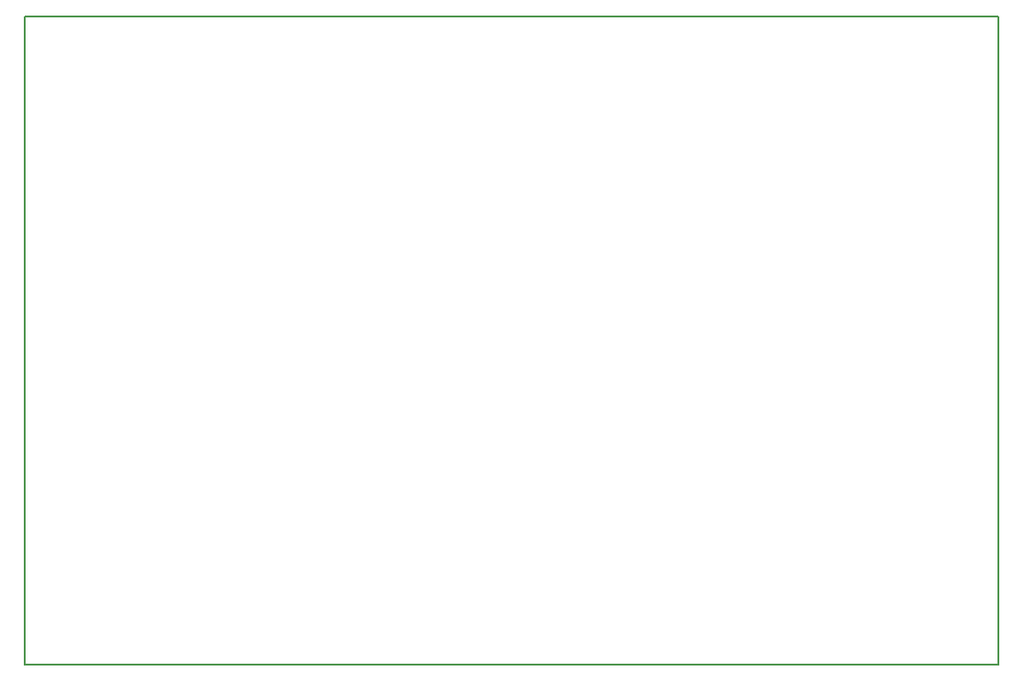
<source format=gbr>
G04 EasyPC Gerber Version 20.0.2 Build 4112 *
%FSLAX35Y35*%
%MOMM*%
%ADD19C,0.12700*%
X0Y0D02*
D02*
D19*
X6350Y6350D02*
X9006350D01*
Y6006350*
X6350*
Y6350*
X0Y0D02*
M02*

</source>
